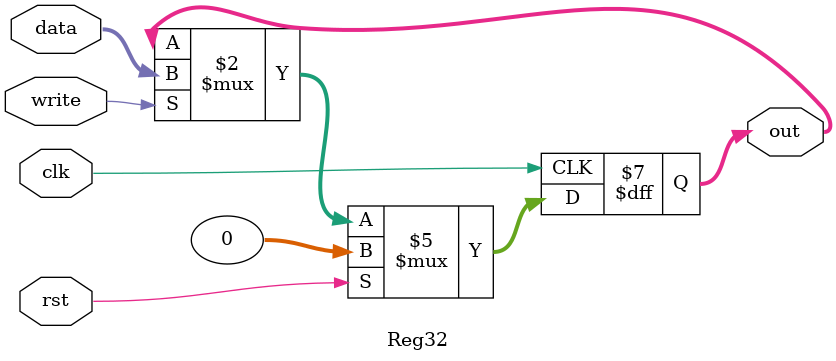
<source format=sv>
`timescale 1ns/1ns
module Reg32(input [31:0] data, input write, clk, rst, output reg [31:0] out);
    always @(posedge clk) begin
        if (rst)
            out <= 32'b0;
        else if (write)
            out <= data;
    end
endmodule
</source>
